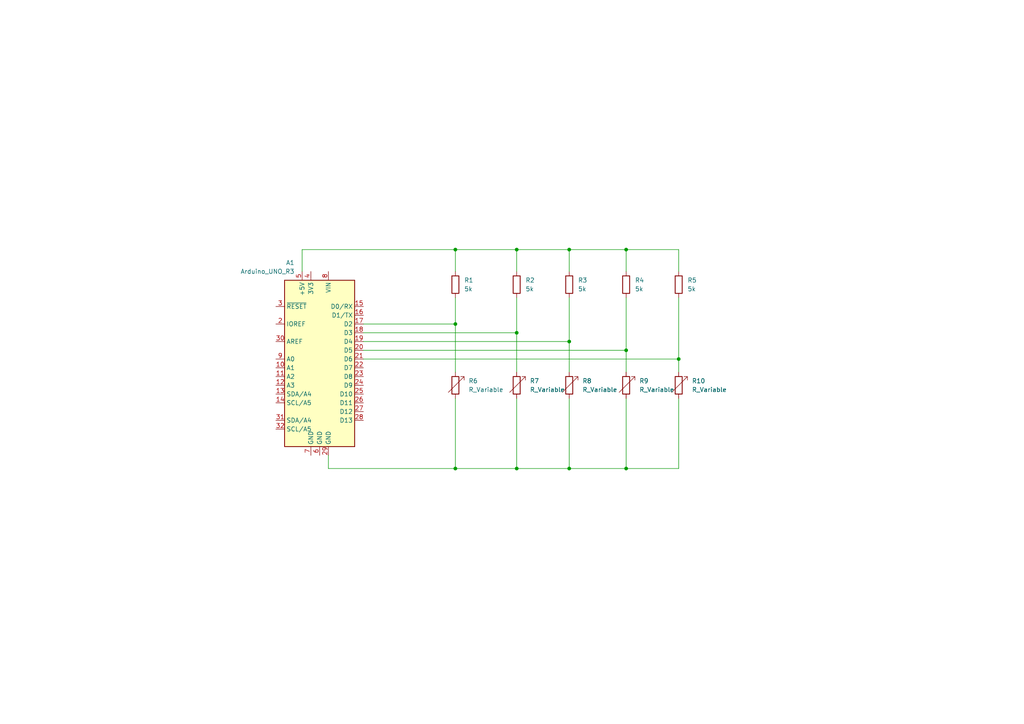
<source format=kicad_sch>
(kicad_sch (version 20231120) (generator "eeschema") (generator_version "8.0")
  (paper "A4")
  (title_block (title "Capstone Circuit Schematic") (date "2024-10-31") (rev "v1") (comment 1 "Sarp Ekin Berktay 300237014") (comment 2 "Arkam Atassi 300273157") (comment 3 "Brandon Bernier Minh-Khoa 300250338") (comment 4 "Paul Karakach 300238050 Oumane Student #"))
  (lib_symbols
    (symbol "Device:R" (pin_numbers hide) (pin_names (offset 0))
      (property "Reference" "R" (at 2.032 0 90))
      (property "Value" "R" (at 0 0 90))
      (symbol "R_0_1"
        (rectangle (start -1.016 -2.54) (end 1.016 2.54) (stroke (width 0.254)))
      )
      (symbol "R_1_1"
        (pin passive line (at 0 3.81 270) (length 1.27) (name "~") (number "1"))
        (pin passive line (at 0 -3.81 90) (length 1.27) (name "~") (number "2"))
      )
    )
    (symbol "Device:R_Variable" (pin_numbers hide) (pin_names (offset 0))
      (property "Reference" "R" (at 2.54 -2.54 90))
      (property "Value" "R_Variable" (at -2.54 -1.27 90))
      (symbol "R_Variable_0_1"
        (rectangle (start -1.016 -2.54) (end 1.016 2.54) (stroke (width 0.254)))
        (polyline (pts (xy 2.54 1.524) (xy 2.54 2.54) (xy 1.524 2.54) (xy 2.54 2.54) (xy -2.032 -2.032)))
      )
      (symbol "R_Variable_1_1"
        (pin passive line (at 0 3.81 270) (length 1.27) (name "~") (number "1"))
        (pin passive line (at 0 -3.81 90) (length 1.27) (name "~") (number "2"))
      )
    )
    (symbol "MCU_Module:Arduino_UNO_R3"
      (property "Reference" "A" (at -10.16 23.495 0))
      (property "Value" "Arduino_UNO_R3" (at 5.08 -26.67 0))
      (symbol "Arduino_UNO_R3_0_1"
        (rectangle (start -10.16 22.86) (end 10.16 -25.4) (stroke (width 0.254)) (fill (type background)))
      )
      (symbol "Arduino_UNO_R3_1_1"
        (pin no_connect line (at -10.16 -20.32 0) (length 2.54) hide (name "NC") (number "1"))
        (pin bidirectional line (at 12.7 -2.54 180) (length 2.54) (name "A1") (number "10"))
        (pin bidirectional line (at 12.7 -5.08 180) (length 2.54) (name "A2") (number "11"))
        (pin bidirectional line (at 12.7 -7.62 180) (length 2.54) (name "A3") (number "12"))
        (pin bidirectional line (at 12.7 -10.16 180) (length 2.54) (name "SDA/A4") (number "13"))
        (pin bidirectional line (at 12.7 -12.7 180) (length 2.54) (name "SCL/A5") (number "14"))
        (pin bidirectional line (at -12.7 15.24 0) (length 2.54) (name "D0/RX") (number "15"))
        (pin bidirectional line (at -12.7 12.7 0) (length 2.54) (name "D1/TX") (number "16"))
        (pin bidirectional line (at -12.7 10.16 0) (length 2.54) (name "D2") (number "17"))
        (pin bidirectional line (at -12.7 7.62 0) (length 2.54) (name "D3") (number "18"))
        (pin bidirectional line (at -12.7 5.08 0) (length 2.54) (name "D4") (number "19"))
        (pin output line (at 12.7 10.16 180) (length 2.54) (name "IOREF") (number "2"))
        (pin bidirectional line (at -12.7 2.54 0) (length 2.54) (name "D5") (number "20"))
        (pin bidirectional line (at -12.7 0 0) (length 2.54) (name "D6") (number "21"))
        (pin bidirectional line (at -12.7 -2.54 0) (length 2.54) (name "D7") (number "22"))
        (pin bidirectional line (at -12.7 -5.08 0) (length 2.54) (name "D8") (number "23"))
        (pin bidirectional line (at -12.7 -7.62 0) (length 2.54) (name "D9") (number "24"))
        (pin bidirectional line (at -12.7 -10.16 0) (length 2.54) (name "D10") (number "25"))
        (pin bidirectional line (at -12.7 -12.7 0) (length 2.54) (name "D11") (number "26"))
        (pin bidirectional line (at -12.7 -15.24 0) (length 2.54) (name "D12") (number "27"))
        (pin bidirectional line (at -12.7 -17.78 0) (length 2.54) (name "D13") (number "28"))
        (pin power_in line (at -2.54 -27.94 90) (length 2.54) (name "GND") (number "29"))
        (pin input line (at 12.7 15.24 180) (length 2.54) (name "~{RESET}") (number "3"))
        (pin input line (at 12.7 5.08 180) (length 2.54) (name "AREF") (number "30"))
        (pin bidirectional line (at 12.7 -17.78 180) (length 2.54) (name "SDA/A4") (number "31"))
        (pin bidirectional line (at 12.7 -20.32 180) (length 2.54) (name "SCL/A5") (number "32"))
        (pin power_out line (at 2.54 25.4 270) (length 2.54) (name "3V3") (number "4"))
        (pin power_out line (at 5.08 25.4 270) (length 2.54) (name "+5V") (number "5"))
        (pin power_in line (at 0 -27.94 90) (length 2.54) (name "GND") (number "6"))
        (pin power_in line (at 2.54 -27.94 90) (length 2.54) (name "GND") (number "7"))
        (pin power_in line (at -2.54 25.4 270) (length 2.54) (name "VIN") (number "8"))
        (pin bidirectional line (at 12.7 0 180) (length 2.54) (name "A0") (number "9"))
      )
    )
  )
  (junction (at 149.86 72.39))
  (junction (at 181.61 101.6))
  (junction (at 165.1 72.39))
  (junction (at 165.1 135.89))
  (junction (at 149.86 135.89))
  (junction (at 132.08 135.89))
  (junction (at 181.61 135.89))
  (junction (at 132.08 72.39))
  (junction (at 132.08 93.98))
  (junction (at 149.86 96.52))
  (junction (at 165.1 99.06))
  (junction (at 181.61 72.39))
  (junction (at 196.85 104.14))
  (wire (pts (xy 87.63 72.39) (xy 87.63 78.74)))
  (wire (pts (xy 181.61 101.6) (xy 181.61 107.95)))
  (wire (pts (xy 181.61 86.36) (xy 181.61 101.6)))
  (wire (pts (xy 132.08 72.39) (xy 132.08 78.74)))
  (wire (pts (xy 165.1 135.89) (xy 149.86 135.89)))
  (wire (pts (xy 165.1 115.57) (xy 165.1 135.89)))
  (wire (pts (xy 105.41 99.06) (xy 165.1 99.06)))
  (wire (pts (xy 165.1 99.06) (xy 165.1 107.95)))
  (wire (pts (xy 196.85 86.36) (xy 196.85 104.14)))
  (wire (pts (xy 181.61 72.39) (xy 181.61 78.74)))
  (wire (pts (xy 105.41 104.14) (xy 196.85 104.14)))
  (wire (pts (xy 196.85 72.39) (xy 196.85 78.74)))
  (wire (pts (xy 181.61 72.39) (xy 196.85 72.39)))
  (wire (pts (xy 196.85 135.89) (xy 181.61 135.89)))
  (wire (pts (xy 149.86 86.36) (xy 149.86 96.52)))
  (wire (pts (xy 105.41 101.6) (xy 181.61 101.6)))
  (wire (pts (xy 132.08 135.89) (xy 95.25 135.89)))
  (wire (pts (xy 149.86 72.39) (xy 165.1 72.39)))
  (wire (pts (xy 105.41 96.52) (xy 149.86 96.52)))
  (wire (pts (xy 149.86 135.89) (xy 132.08 135.89)))
  (wire (pts (xy 149.86 115.57) (xy 149.86 135.89)))
  (wire (pts (xy 181.61 115.57) (xy 181.61 135.89)))
  (wire (pts (xy 149.86 96.52) (xy 149.86 107.95)))
  (wire (pts (xy 196.85 115.57) (xy 196.85 135.89)))
  (wire (pts (xy 105.41 93.98) (xy 132.08 93.98)))
  (wire (pts (xy 132.08 86.36) (xy 132.08 93.98)))
  (wire (pts (xy 165.1 72.39) (xy 181.61 72.39)))
  (wire (pts (xy 165.1 72.39) (xy 165.1 78.74)))
  (wire (pts (xy 196.85 104.14) (xy 196.85 107.95)))
  (wire (pts (xy 87.63 72.39) (xy 132.08 72.39)))
  (wire (pts (xy 165.1 86.36) (xy 165.1 99.06)))
  (wire (pts (xy 95.25 135.89) (xy 95.25 132.08)))
  (wire (pts (xy 132.08 72.39) (xy 149.86 72.39)))
  (wire (pts (xy 132.08 115.57) (xy 132.08 135.89)))
  (wire (pts (xy 132.08 93.98) (xy 132.08 107.95)))
  (wire (pts (xy 181.61 135.89) (xy 165.1 135.89)))
  (wire (pts (xy 149.86 72.39) (xy 149.86 78.74)))
  (symbol (lib_id "Device:R") (at 149.86 82.55 0) (unit 1)
    (property "Reference" "R2" (at 152.4 81.2799 0) (effects (justify left)))
    (property "Value" "5k" (at 152.4 83.8199 0) (effects (justify left)))
    (property "Footprint" "Resistor_THT:R_Axial_DIN0516_L15.5mm_D5.0mm_P25.40mm_Horizontal" (effects (hide yes)))
    (property "Description" "Resistor" (effects (hide yes)))
  )
  (symbol (lib_id "Device:R_Variable") (at 181.61 111.76 0) (unit 1)
    (property "Reference" "R9" (at 185.42 110.4899 0) (effects (justify left)))
    (property "Value" "R_Variable" (at 185.42 113.0299 0) (effects (justify left)))
    (property "Description" "Variable resistor" (effects (hide yes)))
  )
  (symbol (lib_id "Device:R") (at 132.08 82.55 0) (unit 1)
    (property "Reference" "R1" (at 134.62 81.2799 0) (effects (justify left)))
    (property "Value" "5k" (at 134.62 83.8199 0) (effects (justify left)))
    (property "Footprint" "Resistor_THT:R_Axial_DIN0516_L15.5mm_D5.0mm_P25.40mm_Horizontal" (effects (hide yes)))
    (property "Description" "Resistor" (effects (hide yes)))
  )
  (symbol (lib_id "Device:R_Variable") (at 196.85 111.76 0) (unit 1)
    (property "Reference" "R10" (at 200.66 110.4899 0) (effects (justify left)))
    (property "Value" "R_Variable" (at 200.66 113.0299 0) (effects (justify left)))
    (property "Description" "Variable resistor" (effects (hide yes)))
  )
  (symbol (lib_id "Device:R") (at 165.1 82.55 0) (unit 1)
    (property "Reference" "R3" (at 167.64 81.2799 0) (effects (justify left)))
    (property "Value" "5k" (at 167.64 83.8199 0) (effects (justify left)))
    (property "Footprint" "Resistor_THT:R_Axial_DIN0516_L15.5mm_D5.0mm_P25.40mm_Horizontal" (effects (hide yes)))
    (property "Description" "Resistor" (effects (hide yes)))
  )
  (symbol (lib_id "MCU_Module:Arduino_UNO_R3") (at 92.71 104.14 0) (mirror y) (unit 1)
    (property "Reference" "A1" (at 85.4359 76.2 0) (effects (justify left)))
    (property "Value" "Arduino_UNO_R3" (at 85.4359 78.74 0) (effects (justify left)))
    (property "Footprint" "Module:Arduino_UNO_R3" (effects (hide yes)))
    (property "Datasheet" "https://www.arduino.cc/en/Main/arduinoBoardUno" (effects (hide yes)))
    (property "Description" "Arduino UNO Microcontroller Module, release 3" (effects (hide yes)))
  )
  (symbol (lib_id "Device:R") (at 181.61 82.55 0) (unit 1)
    (property "Reference" "R4" (at 184.15 81.2799 0) (effects (justify left)))
    (property "Value" "5k" (at 184.15 83.8199 0) (effects (justify left)))
    (property "Footprint" "Resistor_THT:R_Axial_DIN0516_L15.5mm_D5.0mm_P25.40mm_Horizontal" (effects (hide yes)))
    (property "Description" "Resistor" (effects (hide yes)))
  )
  (symbol (lib_id "Device:R_Variable") (at 149.86 111.76 0) (unit 1)
    (property "Reference" "R7" (at 153.67 110.4899 0) (effects (justify left)))
    (property "Value" "R_Variable" (at 153.67 113.0299 0) (effects (justify left)))
    (property "Description" "Variable resistor" (effects (hide yes)))
  )
  (symbol (lib_id "Device:R_Variable") (at 165.1 111.76 0) (unit 1)
    (property "Reference" "R8" (at 168.91 110.4899 0) (effects (justify left)))
    (property "Value" "R_Variable" (at 168.91 113.0299 0) (effects (justify left)))
    (property "Description" "Variable resistor" (effects (hide yes)))
  )
  (symbol (lib_id "Device:R_Variable") (at 132.08 111.76 0) (unit 1)
    (property "Reference" "R6" (at 135.89 110.4899 0) (effects (justify left)))
    (property "Value" "R_Variable" (at 135.89 113.0299 0) (effects (justify left)))
    (property "Footprint" "Jumper:SolderJumper-2_P1.3mm_Bridged2Bar_Pad1.0x1.5mm" (effects (hide yes)))
    (property "Description" "Variable resistor" (effects (hide yes)))
  )
  (symbol (lib_id "Device:R") (at 196.85 82.55 0) (unit 1)
    (property "Reference" "R5" (at 199.39 81.2799 0) (effects (justify left)))
    (property "Value" "5k" (at 199.39 83.8199 0) (effects (justify left)))
    (property "Footprint" "Resistor_THT:R_Axial_DIN0516_L15.5mm_D5.0mm_P25.40mm_Horizontal" (effects (hide yes)))
    (property "Description" "Resistor" (effects (hide yes)))
  )
)
</source>
